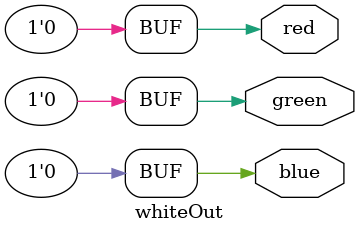
<source format=sv>

module whiteOut (
   output logic red, green, blue
);
   assign red = 0;
   assign blue = 0;
   assign green = 0;
endmodule

</source>
